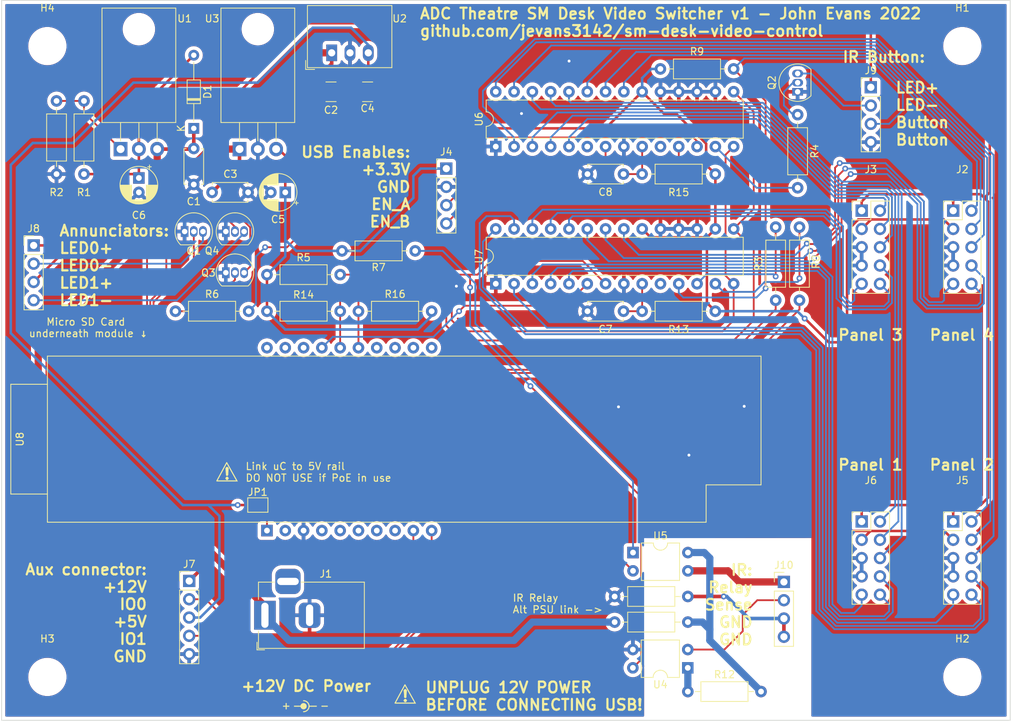
<source format=kicad_pcb>
(kicad_pcb (version 20211014) (generator pcbnew)
  (layers (0 "F.Cu" signal) (31 "B.Cu" signal) (34 "B.Paste" user) (35 "F.Paste" user) (36 "B.SilkS" user "B.Silkscreen") (37 "F.SilkS" user "F.Silkscreen") (38 "B.Mask" user) (39 "F.Mask" user) (44 "Edge.Cuts" user))
  (net 0 "")
  (net 1 "+12V")
  (net 2 "GND")
  (net 3 "+5V")
  (net 4 "+3V3")
  (net 5 "+7.5V")
  (net 7 "/P1_LED_A")
  (net 8 "/P1_LED_B")
  (net 9 "/P1_LED_C")
  (net 10 "/P1_SW_0")
  (net 11 "/P1_SW_2")
  (net 12 "/P1_SW_1")
  (net 13 "/P2_LED_A")
  (net 14 "/P2_LED_B")
  (net 15 "/P2_LED_C")
  (net 16 "/P2_SW_0")
  (net 17 "/P2_SW_2")
  (net 18 "/P2_SW_1")
  (net 19 "/P3_LED_A")
  (net 20 "/P3_LED_B")
  (net 21 "/P3_LED_C")
  (net 22 "/P3_SW_0")
  (net 23 "/P3_SW_2")
  (net 24 "/P3_SW_1")
  (net 25 "/P4_LED_A")
  (net 26 "/P4_LED_B")
  (net 27 "/P4_LED_C")
  (net 28 "/P4_SW_0")
  (net 29 "/P4_SW_2")
  (net 30 "/P4_SW_1")
  (net 31 "/IO_0")
  (net 32 "/IO_1")
  (net 33 "Net-(C7-Pad1)")
  (net 34 "Net-(C8-Pad1)")
  (net 35 "Net-(J8-Pad2)")
  (net 36 "/IR_BTN")
  (net 37 "Net-(J8-Pad4)")
  (net 38 "/IR_RLY_IN")
  (net 39 "GNDA")
  (net 40 "Net-(Q1-Pad2)")
  (net 41 "Net-(Q2-Pad2)")
  (net 42 "Net-(Q3-Pad2)")
  (net 43 "Net-(Q3-Pad3)")
  (net 44 "Net-(Q4-Pad2)")
  (net 45 "Net-(R1-Pad2)")
  (net 46 "/LED_0")
  (net 47 "/IR_LED")
  (net 48 "+12VA")
  (net 49 "/IR_RLY_OUT")
  (net 50 "/LED_1")
  (net 51 "/USB_EN_A")
  (net 52 "/USB_EN_B")
  (net 53 "Net-(J9-Pad2)")
  (net 54 "Net-(J10-Pad1)")
  (net 55 "/I2C_SCL")
  (net 56 "/I2C_SDA")
  (net 58 "/INT")
  (net 59 "Net-(J10-Pad2)")
  (net 60 "Net-(JP1-Pad2)")
  (net 61 "Net-(R12-Pad1)")
  (net 77 "Net-(R7-Pad2)")
  (footprint "Jumper:SolderJumper-2_P1.3mm_Open_TrianglePad1.0x1.5mm" (layer "F.Cu") (at 53.34 84.074)
    (fp_text reference "JP1")
    (fp_text value "Jumper_2_Open")
  )
  (footprint "Connector_PinHeader_2.54mm:PinHeader_AWHW_2x05_P2.54mm_Vertical" (layer "F.Cu") (at 149.86 86.36)
    (fp_text reference "J5")
    (fp_text value "Conn_02x05_Odd_Even")
  )
  (footprint "Connector_PinHeader_2.54mm:PinHeader_1x04_P2.54mm_Vertical" (layer "F.Cu") (at 79.502 37.338)
    (fp_text reference "J4")
    (fp_text value "Conn_01x04")
  )
  (footprint "Module:Olimex_ESP32_PoE_ISO" (layer "F.Cu") (at 54.61 87.62 90)
    (fp_text reference "U8")
    (fp_text value "ESP32-PoE-ISO")
  )
  (footprint "Package_DIP:DIP-4_W7.62mm" (layer "F.Cu") (at 113.02 106.685 180)
    (fp_text reference "U4")
    (fp_text value "Omron_G3VM-41AY1")
  )
  (footprint "Resistor_THT:R_Axial_DIN0207_L6.3mm_D2.5mm_P10.16mm_Horizontal" (layer "F.Cu") (at 128.27 29.845 -90)
    (fp_text reference "R4")
    (fp_text value "4.7K")
  )
  (footprint "Resistor_THT:R_Axial_DIN0207_L6.3mm_D2.5mm_P10.16mm_Horizontal" (layer "F.Cu") (at 102.87 96.774)
    (fp_text reference "R11" hide)
    (fp_text value "0R")
  )
  (footprint "Resistor_THT:R_Axial_DIN0207_L6.3mm_D2.5mm_P10.16mm_Horizontal" (layer "F.Cu") (at 113.03 109.982)
    (fp_text reference "R12")
    (fp_text value "1.2K")
  )
  (footprint "Package_TO_SOT_THT:TO-92_Inline" (layer "F.Cu") (at 48.895 51.795)
    (fp_text reference "Q3")
    (fp_text value "KSP43BU")
  )
  (footprint "Package_DIP:DIP-28_W7.62mm" (layer "F.Cu") (at 86.37 53.335 90)
    (fp_text reference "U7")
    (fp_text value "MCP23016_SS")
  )
  (footprint "Resistor_THT:R_Axial_DIN0207_L6.3mm_D2.5mm_P10.16mm_Horizontal" (layer "F.Cu") (at 102.87 100.33)
    (fp_text reference "R10" hide)
    (fp_text value "0R")
  )
  (footprint "Converter_DCDC:Converter_DCDC_RECOM_R-78E-0.5_THT" (layer "F.Cu") (at 63.593 21.2575)
    (fp_text reference "U2")
    (fp_text value "R-78E5.0-0.5")
  )
  (footprint "Package_DIP:DIP-4_W7.62mm" (layer "F.Cu") (at 105.42 90.673)
    (fp_text reference "U5")
    (fp_text value "Omron_G3VM-41AY1")
  )
  (footprint "Package_DIP:DIP-28_W7.62mm" (layer "F.Cu") (at 86.37 34.28 90)
    (fp_text reference "U6")
    (fp_text value "MCP23016_SS")
  )
  (footprint "Resistor_THT:R_Axial_DIN0207_L6.3mm_D2.5mm_P10.16mm_Horizontal" (layer "F.Cu") (at 67.31 57.15)
    (fp_text reference "R16")
    (fp_text value "3.3K")
  )
  (footprint "Connector_PinHeader_2.54mm:PinHeader_1x04_P2.54mm_Vertical" (layer "F.Cu") (at 22.225 48.006)
    (fp_text reference "J8")
    (fp_text value "Conn_01x04")
  )
  (footprint "Connector_PinHeader_2.54mm:PinHeader_1x04_P2.54mm_Vertical" (layer "F.Cu") (at 126.365 94.752)
    (fp_text reference "J10")
    (fp_text value "Conn_01x04")
  )
  (footprint "Connector_PinHeader_2.54mm:PinHeader_AWHW_2x05_P2.54mm_Vertical" (layer "F.Cu") (at 149.86 43.18)
    (fp_text reference "J2")
    (fp_text value "Conn_02x05_Odd_Even")
  )
  (footprint "Package_TO_SOT_THT:TO-220-3_Horizontal_TabDown" (layer "F.Cu") (at 34.29 34.63)
    (fp_text reference "U1")
    (fp_text value "LM317_TO-220")
  )
  (footprint "Package_TO_SOT_THT:TO-220-3_Horizontal_TabDown" (layer "F.Cu") (at 50.8 34.63)
    (fp_text reference "U3")
    (fp_text value "LF33_TO220")
  )
  (footprint "MountingHole:MountingHole_4.3mm_M4" (layer "F.Cu") (at 151.13 107.95)
    (fp_text reference "H2")
    (fp_text value "MountingHole")
  )
  (footprint "Resistor_THT:R_Axial_DIN0207_L6.3mm_D2.5mm_P10.16mm_Horizontal" (layer "F.Cu") (at 119.38 23.495 180)
    (fp_text reference "R9")
    (fp_text value "4.7K")
  )
  (footprint "Connector_PinHeader_2.54mm:PinHeader_1x05_P2.54mm_Vertical" (layer "F.Cu") (at 43.815 94.62)
    (fp_text reference "J7")
    (fp_text value "Conn_01x05")
  )
  (footprint "Resistor_THT:R_Axial_DIN0207_L6.3mm_D2.5mm_P10.16mm_Horizontal" (layer "F.Cu") (at 65.024 48.768)
    (fp_text reference "R7")
    (fp_text value "330R")
  )
  (footprint "Resistor_THT:R_Axial_DIN0207_L6.3mm_D2.5mm_P10.16mm_Horizontal" (layer "F.Cu") (at 106.68 38.1)
    (fp_text reference "R15")
    (fp_text value "3.9K")
  )
  (footprint "Resistor_THT:R_Axial_DIN0207_L6.3mm_D2.5mm_P10.16mm_Horizontal" (layer "F.Cu") (at 64.77 57.15 180)
    (fp_text reference "R14")
    (fp_text value "3.3K")
  )
  (footprint "MountingHole:MountingHole_4.3mm_M4" (layer "F.Cu") (at 24.13 20.32)
    (fp_text reference "H4")
    (fp_text value "MountingHole")
  )
  (footprint "MountingHole:MountingHole_4.3mm_M4" (layer "F.Cu") (at 24.13 107.95)
    (fp_text reference "H3")
    (fp_text value "MountingHole")
  )
  (footprint "Resistor_THT:R_Axial_DIN0207_L6.3mm_D2.5mm_P10.16mm_Horizontal" (layer "F.Cu") (at 125.222 55.626 90)
    (fp_text reference "R3")
    (fp_text value "4.7K")
  )
  (footprint "Connector_BarrelJack:BarrelJack_RS-PRO_12V1A_14.5mmL" (layer "F.Cu") (at 54.325 99.3825 180)
    (fp_text reference "J1")
    (fp_text value "Barrel_Jack_Switch")
  )
  (footprint "Diode_THT:D_DO-34_SOD68_P10.16mm_Horizontal" (layer "F.Cu") (at 44.45 31.75 90)
    (fp_text reference "D1")
    (fp_text value "1N4002")
  )
  (footprint "Resistor_THT:R_Axial_DIN0207_L6.3mm_D2.5mm_P10.16mm_Horizontal" (layer "F.Cu") (at 29.21 38.1 90)
    (fp_text reference "R1")
    (fp_text value "100R")
  )
  (footprint "Resistor_THT:R_Axial_DIN0207_L6.3mm_D2.5mm_P10.16mm_Horizontal" (layer "F.Cu") (at 25.4 27.94 -90)
    (fp_text reference "R2")
    (fp_text value "470R")
  )
  (footprint "MountingHole:MountingHole_4.3mm_M4" (layer "F.Cu") (at 151.13 20.32)
    (fp_text reference "H1")
    (fp_text value "MountingHole")
  )
  (footprint "Package_TO_SOT_THT:TO-92_Inline" (layer "F.Cu") (at 43.18 46.08)
    (fp_text reference "Q1")
    (fp_text value "KSP43BU")
  )
  (footprint "Connector_PinHeader_2.54mm:PinHeader_1x04_P2.54mm_Vertical" (layer "F.Cu") (at 138.43 26.045)
    (fp_text reference "J9")
    (fp_text value "Conn_01x04")
  )
  (footprint "Package_TO_SOT_THT:TO-92_Inline" (layer "F.Cu") (at 128.27 26.67 90)
    (fp_text reference "Q2")
    (fp_text value "KSP43BU")
  )
  (footprint "Capacitor_SMD:C_1210_3225Metric_Pad1.33x2.70mm_HandSolder" (layer "F.Cu") (at 68.58 26.67 180)
    (fp_text reference "C4")
    (fp_text value "10uF")
  )
  (footprint "Capacitor_SMD:C_1210_3225Metric_Pad1.33x2.70mm_HandSolder" (layer "F.Cu") (at 63.5 26.67)
    (fp_text reference "C2")
    (fp_text value "10uF")
  )
  (footprint "Connector_PinHeader_2.54mm:PinHeader_AWHW_2x05_P2.54mm_Vertical" (layer "F.Cu") (at 137.16 86.36)
    (fp_text reference "J6")
    (fp_text value "Conn_02x05_Odd_Even")
  )
  (footprint "Resistor_THT:R_Axial_DIN0207_L6.3mm_D2.5mm_P10.16mm_Horizontal" (layer "F.Cu") (at 106.68 57.15)
    (fp_text reference "R13")
    (fp_text value "3.9K")
  )
  (footprint "Package_TO_SOT_THT:TO-92_Inline" (layer "F.Cu") (at 48.895 46.08)
    (fp_text reference "Q4")
    (fp_text value "KSP43BU")
  )
  (footprint "Capacitor_THT:CP_Radial_D5.0mm_P2.00mm" (layer "F.Cu") (at 57.15 40.64 180)
    (fp_text reference "C5")
    (fp_text value "4.7uF")
  )
  (footprint "Capacitor_THT:C_Disc_D4.7mm_W2.5mm_P5.00mm" (layer "F.Cu") (at 104.1 38.1 180)
    (fp_text reference "C8")
    (fp_text value "33pF")
  )
  (footprint "Capacitor_THT:C_Disc_D4.7mm_W2.5mm_P5.00mm" (layer "F.Cu") (at 46.99 40.64)
    (fp_text reference "C3")
    (fp_text value "0.1uF")
  )
  (footprint "Resistor_THT:R_Axial_DIN0207_L6.3mm_D2.5mm_P10.16mm_Horizontal" (layer "F.Cu") (at 128.524 55.626 90)
    (fp_text reference "R8")
    (fp_text value "4.7K")
  )
  (footprint "Resistor_THT:R_Axial_DIN0207_L6.3mm_D2.5mm_P10.16mm_Horizontal" (layer "F.Cu") (at 41.91 57.15)
    (fp_text reference "R6")
    (fp_text value "4.7K")
  )
  (footprint "Resistor_THT:R_Axial_DIN0207_L6.3mm_D2.5mm_P10.16mm_Horizontal" (layer "F.Cu") (at 54.61 52.07)
    (fp_text reference "R5")
    (fp_text value "4.7K")
  )
  (footprint "Capacitor_THT:C_Disc_D4.7mm_W2.5mm_P5.00mm" (layer "F.Cu") (at 44.45 34.544 -90)
    (fp_text reference "C1")
    (fp_text value "0.1uF")
  )
  (footprint "Connector_PinHeader_2.54mm:PinHeader_AWHW_2x05_P2.54mm_Vertical" (layer "F.Cu") (at 137.16 43.18)
    (fp_text reference "J3")
    (fp_text value "Conn_02x05_Odd_Even")
  )
  (footprint "Capacitor_THT:C_Disc_D4.7mm_W2.5mm_P5.00mm" (layer "F.Cu") (at 104.1 57.15 180)
    (fp_text reference "C7")
    (fp_text value "33pF")
  )
  (footprint "Capacitor_THT:CP_Radial_D5.0mm_P2.00mm" (layer "F.Cu") (at 36.83 38.64 -90)
    (fp_text reference "C6")
    (fp_text value "1uF")
  )
  (gr_circle (center 59.69 112.014) (end 60.04921 112.014) (layer "F.SilkS") (width 0.15) (fill solid))
  (gr_poly (pts (xy 75.184 111.5822) (xy 72.39 111.5822) (xy 73.7616 109.0422)) (layer "F.SilkS") (width 0.15) (fill none))
  (gr_line (start 56.896 112.014) (end 57.658 112.014) (layer "F.SilkS") (width 0.15))
  (gr_arc (start 59.69 111.252) (mid 60.452 112.014) (end 59.69 112.776) (layer "F.SilkS") (width 0.15))
  (gr_poly (pts (xy 50.4444 80.7212) (xy 47.6504 80.7212) (xy 49.022 78.1812)) (layer "F.SilkS") (width 0.15) (fill none))
  (gr_line (start 60.452 112.014) (end 61.468 112.014) (layer "F.SilkS") (width 0.15))
  (gr_line (start 59.69 112.014) (end 58.42 112.014) (layer "F.SilkS") (width 0.15))
  (gr_line (start 62.23 112.014) (end 62.992 112.014) (layer "F.SilkS") (width 0.15))
  (gr_line (start 57.277 111.633) (end 57.277 112.395) (layer "F.SilkS") (width 0.15))
  (gr_rect (start 17.78 13.97) (end 157.78 113.97) (layer "Edge.Cuts") (width 0.1) (fill none))
  (gr_text "LED+\nLED-\nButton\nButton" (at 141.732 29.718) (layer "F.SilkS") (effects (font (size 1.5 1.5) (thickness 0.3)) (justify left)))
  (gr_text "ADC Theatre SM Desk Video Switcher v1 - John Evans 2022\ngithub.com/jevans3142/sm-desk-video-control" (at 75.692 17.018) (layer "F.SilkS") (effects (font (size 1.5 1.5) (thickness 0.3)) (justify left)))
  (gr_text "Link uC to 5V rail\nDO NOT USE if PoE in use" (at 51.562 79.502) (layer "F.SilkS") (effects (font (size 1 1)) (justify left)))
  (gr_text "Annunciators:\nLED0+\nLED0-\nLED1+\nLED1-" (at 25.654 50.8) (layer "F.SilkS") (effects (font (size 1.5 1.5) (thickness 0.3)) (justify left)))
  (gr_text "USB Enables:\n+3.3V\nGND\nEN_A\nEN_B" (at 74.676 39.878) (layer "F.SilkS") (effects (font (size 1.5 1.5) (thickness 0.3)) (justify right)))
  (gr_text "IR Button:" (at 134.366 21.844) (layer "F.SilkS") (effects (font (size 1.5 1.5) (thickness 0.3)) (justify left)))
  (gr_text "Panel 3" (at 143.002 60.452) (layer "F.SilkS") (effects (font (size 1.5 1.5) (thickness 0.3)) (justify right)))
  (gr_text "Aux connector:\n+12V\nIO0\n+5V\nIO1\nGND" (at 38.1 99.06) (layer "F.SilkS") (effects (font (size 1.5 1.5) (thickness 0.3)) (justify right)))
  (gr_text "IR Relay \nAlt PSU link ->" (at 88.646 97.79) (layer "F.SilkS") (effects (font (size 1 1)) (justify left)))
  (gr_text "UNPLUG 12V POWER \nBEFORE CONNECTING USB!" (at 76.454 110.617) (layer "F.SilkS") (effects (font (size 1.5 1.5) (thickness 0.3)) (justify left)))
  (gr_text "!" (at 73.2536 110.617) (layer "F.SilkS") (effects (font (size 1.5 1.5) (thickness 0.3)) (justify left)))
  (gr_text "IR:\nRelay\nSense\nGND\nGND" (at 122.174 97.927) (layer "F.SilkS") (effects (font (size 1.5 1.5) (thickness 0.3)) (justify right)))
  (gr_text "Micro SD Card \nunderneath module ↓" (at 29.845 59.436) (layer "F.SilkS") (effects (font (size 1 1))))
  (gr_text "Panel 4" (at 155.702 60.452) (layer "F.SilkS") (effects (font (size 1.5 1.5) (thickness 0.3)) (justify right)))
  (gr_text "+12V DC Power" (at 69.215 109.22) (layer "F.SilkS") (effects (font (size 1.5 1.5) (thickness 0.3)) (justify right)))
  (gr_text "Panel 2" (at 155.702 78.486) (layer "F.SilkS") (effects (font (size 1.5 1.5) (thickness 0.3)) (justify right)))
  (gr_text "Panel 1" (at 143.002 78.486) (layer "F.SilkS") (effects (font (size 1.5 1.5) (thickness 0.3)) (justify right)))
  (gr_text "!" (at 48.514 79.756) (layer "F.SilkS") (effects (font (size 1.5 1.5) (thickness 0.3)) (justify left)))
  (segment (start 22.86 83.185) (end 27.94 88.265) (width 1) (layer "F.Cu") (net 1))
  (segment (start 46.0375 35.2425) (end 50.4825 30.7975) (width 1) (layer "F.Cu") (net 1))
  (segment (start 43.815 94.62) (end 47.0535 91.3815) (width 0.5) (layer "F.Cu") (net 1))
  (segment (start 61.9375 24.4225) (end 61.9375 26.67) (width 0.5) (layer "F.Cu") (net 1))
  (segment (start 50.8 34.63) (end 50.8 36.83) (width 0.5) (layer "F.Cu") (net 1))
  (segment (start 47.0535 91.3815) (end 47.0535 90.8685) (width 0.5) (layer "F.Cu") (net 1))
  (segment (start 27.94 88.265) (end 44.45 88.265) (width 1) (layer "F.Cu") (net 1))
  (segment (start 51.1175 30.1625) (end 51.435 29.845) (width 1) (layer "F.Cu") (net 1))
  (segment (start 39.37 41.91) (end 39.37 44.45) (width 1) (layer "F.Cu") (net 1))
  (segment (start 22.86 60.96) (end 22.86 83.185) (width 1) (layer "F.Cu") (net 1))
  (segment (start 39.37 41.91) (end 46.0375 35.2425) (width 1) (layer "F.Cu") (net 1))
  (segment (start 63.593 22.767) (end 61.9375 24.4225) (width 0.5) (layer "F.Cu") (net 1))
  (segment (start 39.37 44.45) (end 22.86 60.96) (width 1) (layer "F.Cu") (net 1))
  (segment (start 47.0535 90.8685) (end 54.325 98.14) (width 1) (layer "F.Cu") (net 1))
  (segment (start 60.0225 21.2575) (end 63.593 21.2575) (width 1) (layer "F.Cu") (net 1))
  (segment (start 44.45 31.75) (end 44.45 34.544) (width 0.5) (layer "F.Cu") (net 1))
  (segment (start 50.8 34.63) (end 46.65 34.63) (width 1) (layer "F.Cu") (net 1))
  (segment (start 63.593 21.2575) (end 63.593 22.767) (width 0.5) (layer "F.Cu") (net 1))
  (segment (start 51.435 29.845) (end 60.0225 21.2575) (width 1) (layer "F.Cu") (net 1))
  (segment (start 46.65 34.63) (end 46.0375 35.2425) (width 0.5) (layer "F.Cu") (net 1))
  (segment (start 39.37 34.63) (end 39.37 41.91) (width 1) (layer "F.Cu") (net 1))
  (segment (start 50.8 30.48) (end 51.1175 30.1625) (width 0.5) (layer "F.Cu") (net 1))
  (segment (start 54.325 98.14) (end 54.325 99.3825) (width 0.5) (layer "F.Cu") (net 1))
  (segment (start 50.4825 30.7975) (end 51.1175 30.1625) (width 1) (layer "F.Cu") (net 1))
  (segment (start 44.45 88.265) (end 47.0535 90.8685) (width 1) (layer "F.Cu") (net 1))
  (segment (start 39.37 34.63) (end 44.364 34.63) (width 0.5) (layer "F.Cu") (net 1))
  (segment (start 50.8 36.83) (end 46.99 40.64) (width 0.5) (layer "F.Cu") (net 1))
  (segment (start 88.9 102.87) (end 91.44 100.33) (width 1) (layer "B.Cu") (net 1))
  (segment (start 91.44 100.33) (end 102.87 100.33) (width 1) (layer "B.Cu") (net 1))
  (segment (start 54.325 99.3825) (end 54.325 99.537) (width 0.5) (layer "B.Cu") (net 1))
  (segment (start 54.325 99.537) (end 57.658 102.87) (width 1) (layer "B.Cu") (net 1))
  (segment (start 57.658 102.87) (end 88.9 102.87) (width 1) (layer "B.Cu") (net 1))
  (via (at 113.1824 77.1398) (size 0.8) (drill 0.4) (layers "F.Cu" "B.Cu") (net 2))
  (via (at 120.8532 70.358) (size 0.8) (drill 0.4) (layers "F.Cu" "B.Cu") (net 2))
  (via (at 96.5454 22.4028) (size 0.8) (drill 0.4) (layers "F.Cu" "B.Cu") (net 2))
  (via (at 89.9414 29.6926) (size 0.8) (drill 0.4) (layers "F.Cu" "B.Cu") (net 2))
  (via (at 103.4034 70.4342) (size 0.8) (drill 0.4) (layers "F.Cu" "B.Cu") (net 2))
  (via (at 80.899 53.6702) (size 0.8) (drill 0.4) (layers "F.Cu" "B.Cu") (net 2))
  (segment (start 70.1425 24.4225) (end 70.1425 26.67) (width 0.35) (layer "F.Cu") (net 3))
  (segment (start 68.673 22.953) (end 70.1425 24.4225) (width 0.35) (layer "F.Cu") (net 3))
  (segment (start 68.673 21.2575) (end 68.673 22.953) (width 0.35) (layer "F.Cu") (net 3))
  (segment (start 50.546 84.074) (end 52.615 84.074) (width 0.35) (layer "F.Cu") (net 3))
  (via (at 50.546 84.074) (size 0.8) (drill 0.4) (layers "F.Cu" "B.Cu") (net 3))
  (segment (start 19.05 36.83) (end 19.05 60.198) (width 0.35) (layer "B.Cu") (net 3))
  (segment (start 19.05 60.198) (end 42.926 84.074) (width 0.35) (layer "B.Cu") (net 3))
  (segment (start 42.926 84.074) (end 46.482 84.074) (width 0.35) (layer "B.Cu") (net 3))
  (segment (start 45.334 99.7) (end 48.006 97.028) (width 0.35) (layer "B.Cu") (net 3))
  (segment (start 22.098 33.782) (end 19.05 36.83) (width 0.35) (layer "B.Cu") (net 3))
  (segment (start 48.006 97.028) (end 48.006 85.598) (width 0.35) (layer "B.Cu") (net 3))
  (segment (start 68.673 21.2575) (end 68.673 20.159) (width 0.35) (layer "B.Cu") (net 3))
  (segment (start 46.482 84.074) (end 48.006 84.074) (width 0.35) (layer "B.Cu") (net 3))
  (segment (start 48.006 85.598) (end 46.482 84.074) (width 0.35) (layer "B.Cu") (net 3))
  (segment (start 27.686 33.782) (end 22.098 33.782) (width 0.35) (layer "B.Cu") (net 3))
  (segment (start 36.068 25.4) (end 27.686 33.782) (width 0.35) (layer "B.Cu") (net 3))
  (segment (start 43.815 99.7) (end 45.334 99.7) (width 0.35) (layer "B.Cu") (net 3))
  (segment (start 60.96 17.78) (end 53.34 25.4) (width 0.35) (layer "B.Cu") (net 3))
  (segment (start 66.294 17.78) (end 60.96 17.78) (width 0.35) (layer "B.Cu") (net 3))
  (segment (start 53.34 25.4) (end 36.068 25.4) (width 0.35) (layer "B.Cu") (net 3))
  (segment (start 48.006 84.074) (end 50.546 84.074) (width 0.35) (layer "B.Cu") (net 3))
  (segment (start 68.673 20.159) (end 66.294 17.78) (width 0.35) (layer "B.Cu") (net 3))
  (segment (start 111.53601 29.845) (end 109.855 29.845) (width 0.35) (layer "F.Cu") (net 4))
  (segment (start 55.88 34.63) (end 56.22 34.63) (width 0.35) (layer "F.Cu") (net 4))
  (segment (start 56.22 34.63) (end 57.15 35.56) (width 0.35) (layer "F.Cu") (net 4))
  (segment (start 138.475489 44.404511) (end 136.697489 44.404511) (width 0.35) (layer "F.Cu") (net 4))
  (segment (start 129.286 58.166) (end 132.588 61.468) (width 0.35) (layer "F.Cu") (net 4))
  (segment (start 57.15 35.56) (end 58.42 34.29) (width 0.35) (layer "F.Cu") (net 4))
  (segment (start 129.24494 58.166) (end 129.286 58.166) (width 0.35) (layer "F.Cu") (net 4))
  (segment (start 107.864511 46.889511) (end 106.69 45.715) (width 0.35) (layer "F.Cu") (net 4))
  (segment (start 115.675489 46.889511) (end 107.864511 46.889511) (width 0.35) (layer "F.Cu") (net 4))
  (segment (start 115.675489 55.985489) (end 115.675489 46.889511) (width 0.35) (layer "F.Cu") (net 4))
  (segment (start 135.128 45.974) (end 135.128 61.468) (width 0.35) (layer "F.Cu") (net 4))
  (segment (start 106.69 26.68) (end 106.69 26.66) (width 0.35) (layer "F.Cu") (net 4))
  (segment (start 115.57 36.83) (end 115.57 33.87899) (width 0.35) (layer "F.Cu") (net 4))
  (segment (start 148.290511 87.675489) (end 148.635489 87.675489) (width 0.35) (layer "F.Cu") (net 4))
  (segment (start 109.855 29.845) (end 106.69 26.68) (width 0.35) (layer "F.Cu") (net 4))
  (segment (start 148.635489 87.675489) (end 149.86 88.9) (width 0.35) (layer "F.Cu") (net 4))
  (segment (start 116.84 38.1) (end 115.57 36.83) (width 0.35) (layer "F.Cu") (net 4))
  (segment (start 137.16 45.72) (end 138.475489 44.404511) (width 0.35) (layer "F.Cu") (net 4))
  (segment (start 116.85 38.11) (end 116.84 38.1) (width 0.35) (layer "F.Cu") (net 4))
  (segment (start 135.128 87.122) (end 135.681489 87.675489) (width 0.35) (layer "F.Cu") (net 4))
  (segment (start 101.6 31.75) (end 60.96 31.75) (width 0.35) (layer "F.Cu") (net 4))
  (segment (start 116.84 57.15) (end 115.675489 55.985489) (width 0.35) (layer "F.Cu") (net 4))
  (segment (start 148.544511 44.404511) (end 149.86 45.72) (width 0.35) (layer "F.Cu") (net 4))
  (segment (start 116.85 45.715) (end 116.85 38.11) (width 0.35) (layer "F.Cu") (net 4))
  (segment (start 106.69 26.66) (end 101.6 31.75) (width 0.35) (layer "F.Cu") (net 4))
  (segment (start 54.61 52.07) (end 54.61 57.15) (width 0.35) (layer "F.Cu") (net 4))
  (segment (start 138.475489 44.404511) (end 147.111489 44.404511) (width 0.35) (layer "F.Cu") (net 4))
  (segment (start 115.57 33.87899) (end 111.53601 29.845) (width 0.35) (layer "F.Cu") (net 4))
  (segment (start 57.15 35.56) (end 57.15 40.64) (width 0.35) (layer "F.Cu") (net 4))
  (segment (start 136.697489 44.404511) (end 135.128 45.974) (width 0.35) (layer "F.Cu") (net 4))
  (segment (start 137.16 88.9) (end 138.384511 87.675489) (width 0.35) (layer "F.Cu") (net 4))
  (segment (start 138.384511 87.675489) (end 148.290511 87.675489) (width 0.35) (layer "F.Cu") (net 4))
  (segment (start 60.96 31.75) (end 58.42 34.29) (width 0.35) (layer "F.Cu") (net 4))
  (segment (start 147.111489 44.404511) (end 148.544511 44.404511) (width 0.35) (layer "F.Cu") (net 4))
  (segment (start 135.128 61.468) (end 135.128 87.122) (width 0.35) (layer "F.Cu") (net 4))
  (segment (start 135.681489 87.675489) (end 138.384511 87.675489) (width 0.35) (layer "F.Cu") (net 4))
  (segment (start 115.675489 46.889511) (end 116.85 45.715) (width 0.35) (layer "F.Cu") (net 4))
  (segment (start 132.588 61.468) (end 135.128 61.468) (width 0.35) (layer "F.Cu") (net 4))
  (via (at 129.24494 58.166) (size 0.8) (drill 0.4) (layers "F.Cu" "B.Cu") (net 4))
  (segment (start 75.946 37.338) (end 79.502 37.338) (width 0.35) (layer "B.Cu") (net 4))
  (segment (start 57.15 47.244) (end 57.15 48.514) (width 0.35) (layer "B.Cu") (net 4))
  (segment (start 75.565 59.69) (end 77.47 57.785) (width 0.35) (layer "B.Cu") (net 4))
  (segment (start 57.15 49.53) (end 54.61 52.07) (width 0.35) (layer "B.Cu") (net 4))
  (segment (start 106.69 26.66) (end 106.69 25.41) (width 0.35) (layer "B.Cu") (net 4))
  (segment (start 106.68 25.4) (end 106.68 24.765) (width 0.35) (layer "B.Cu") (net 4))
  (segment (start 65.024 48.768) (end 67.564 48.768) (width 0.35) (layer "B.Cu") (net 4))
  (segment (start 128.22894 57.15) (end 129.24494 58.166) (width 0.35) (layer "B.Cu") (net 4))
  (segment (start 106.69 25.41) (end 106.68 25.4) (width 0.35) (layer "B.Cu") (net 4))
  (segment (start 107.95 23.495) (end 109.22 23.495) (width 0.35) (layer "B.Cu") (net 4))
  (segment (start 57.15 59.69) (end 75.565 59.69) (width 0.35) (layer "B.Cu") (net 4))
  (segment (start 57.15 48.514) (end 57.15 49.53) (width 0.35) (layer "B.Cu") (net 4))
  (segment (start 57.15 40.64) (end 57.15 47.244) (width 0.35) (layer "B.Cu") (net 4))
  (segment (start 106.68 24.765) (end 107.95 23.495) (width 0.35) (layer "B.Cu") (net 4))
  (segment (start 58.674 48.768) (end 57.15 47.244) (width 0.35) (layer "B.Cu") (net 4))
  (segment (start 74.93 38.354) (end 75.946 37.338) (width 0.35) (layer "B.Cu") (net 4))
  (segment (start 116.84 57.15) (end 128.22894 57.15) (width 0.35) (layer "B.Cu") (net 4))
  (segment (start 77.47 57.785) (end 77.47 57.15) (width 0.35) (layer "B.Cu") (net 4))
  (segment (start 67.564 48.768) (end 74.93 41.402) (width 0.35) (layer "B.Cu") (net 4))
  (segment (start 74.93 41.402) (end 74.93 38.354) (width 0.35) (layer "B.Cu") (net 4))
  (segment (start 65.024 48.768) (end 58.674 48.768) (width 0.35) (layer "B.Cu") (net 4))
  (segment (start 54.61 57.15) (end 57.15 59.69) (width 0.35) (layer "B.Cu") (net 4))
  (segment (start 36.83 32.385) (end 36.83 34.63) (width 0.35) (layer "F.Cu") (net 5))
  (segment (start 139.7 17.145) (end 154.94 32.385) (width 0.35) (layer "F.Cu") (net 5))
  (segment (start 25.654 46.99) (end 25.654 45.466) (width 0.35) (layer "F.Cu") (net 5))
  (segment (start 148.844 84.074) (end 149.86 85.09) (width 0.35) (layer "F.Cu") (net 5))
  (segment (start 137.795 17.145) (end 139.7 17.145) (width 0.35) (layer "F.Cu") (net 5))
  (segment (start 137.16 41.91) (end 138.176 40.894) (width 0.35) (layer "F.Cu") (net 5))
  (segment (start 42.545 26.67) (end 50.8 26.67) (width 0.35) (layer "F.Cu") (net 5))
  (segment (start 137.922 84.074) (end 148.844 84.074) (width 0.35) (layer "F.Cu") (net 5))
  (segment (start 137.16 84.836) (end 137.922 84.074) (width 0.35) (layer "F.Cu") (net 5))
  (segment (start 148.844 40.894) (end 149.86 41.91) (width 0.35) (layer "F.Cu") (net 5))
  (segment (start 154.94 32.385) (end 154.94 40.64) (width 0.35) (layer "F.Cu") (net 5))
  (segment (start 36.29 38.1) (end 36.83 38.64) (width 0.35) (layer "F.Cu") (net 5))
  (segment (start 137.16 86.36) (end 137.16 84.836) (width 0.35) (layer "F.Cu") (net 5))
  (segment (start 22.225 53.086) (end 25.654 49.657) (width 0.35) (layer "F.Cu") (net 5))
  (segment (start 149.86 85.09) (end 149.86 86.36) (width 0.35) (layer "F.Cu") (net 5))
  (segment (start 149.86 41.91) (end 149.86 43.18) (width 0.35) (layer "F.Cu") (net 5))
  (segment (start 25.654 49.657) (end 25.654 46.99) (width 0.35) (layer "F.Cu") (net 5))
  (segment (start 24.638 48.006) (end 25.654 46.99) (width 0.35) (layer "F.Cu") (net 5))
  (segment (start 36.83 32.385) (end 42.545 26.67) (width 0.35) (layer "F.Cu") (net 5))
  (segment (start 60.325 17.145) (end 137.795 17.145) (width 0.35) (layer "F.Cu") (net 5))
  (segment (start 138.43 26.045) (end 138.43 17.78) (width 0.35) (layer "F.Cu") (net 5))
  (segment (start 44.45 21.59) (end 36.83 29.21) (width 0.35) (layer "F.Cu") (net 5))
  (segment (start 148.844 40.894) (end 153.67 40.894) (width 0.35) (layer "F.Cu") (net 5))
  (segment (start 50.8 26.67) (end 60.325 17.145) (width 0.35) (layer "F.Cu") (net 5))
  (segment (start 154.686 41.91) (end 154.686 83.058) (width 0.35) (layer "F.Cu") (net 5))
  (segment (start 138.43 17.78) (end 137.795 17.145) (width 0.35) (layer "F.Cu") (net 5))
  (segment (start 33.02 38.1) (end 36.29 38.1) (width 0.35) (layer "F.Cu") (net 5))
  (segment (start 137.16 43.18) (end 137.16 41.91) (width 0.35) (layer "F.Cu") (net 5))
  (segment (start 36.83 29.21) (end 36.83 32.385) (width 0.35) (layer "F.Cu") (net 5))
  (segment (start 153.67 40.894) (end 154.178 41.402) (width 0.35) (layer "F.Cu") (net 5))
  (segment (start 154.178 41.402) (end 154.686 41.91) (width 0.35) (layer "F.Cu") (net 5))
  (segment (start 36.83 38.64) (end 36.83 34.63) (width 0.35) (layer "F.Cu") (net 5))
  (segment (start 29.21 38.1) (end 33.02 38.1) (width 0.35) (layer "F.Cu") (net 5))
  (segment (start 138.176 40.894) (end 148.844 40.894) (width 0.35) (layer "F.Cu") (net 5))
  (segment (start 154.686 83.058) (end 153.67 84.074) (width 0.35) (layer "F.Cu") (net 5))
  (segment (start 33.02 38.1) (end 25.654 45.466) (width 0.35) (layer "F.Cu") (net 5))
  (segment (start 22.225 48.006) (end 24.638 48.006) (width 0.35) (layer "F.Cu") (net 5))
  (segment (start 153.67 84.074) (end 148.844 84.074) (width 0.35) (layer "F.Cu") (net 5))
  (segment (start 154.94 40.64) (end 154.178 41.402) (width 0.35) (layer "F.Cu") (net 5))
  (segment (start 141.81056 41.097408) (end 140.766592 40.05344) (width 0.25) (layer "B.Cu") (net 7))
  (segment (start 124.332282 30.353718) (end 133.476282 39.497718) (width 0.25) (layer "B.Cu") (net 7))
  (segment (start 91.45 27.93) (end 92.61304 29.09304) (width 0.25) (layer "B.Cu") (net 7))
  (segment (start 133.476282 39.497718) (end 134.032004 40.05344) (width 0.25) (layer "B.Cu") (net 7))
  (segment (start 92.61304 29.09304) (end 96.266 29.09304) (width 0.25) (layer "B.Cu") (net 7))
  (segment (start 96.266 29.09304) (end 123.071604 29.09304) (width 0.25) (layer "B.Cu") (net 7))
  (segment (start 140.766592 40.05344) (end 139.954 40.05344) (width 0.25) (layer "B.Cu") (net 7))
  (segment (start 141.81056 84.24944) (end 141.81056 41.097408) (width 0.25) (layer "B.Cu") (net 7))
  (segment (start 91.45 26.66) (end 91.45 27.93) (width 0.25) (layer "B.Cu") (net 7))
  (segment (start 134.032004 40.05344) (end 139.954 40.05344) (width 0.25) (layer "B.Cu") (net 7))
  (segment (start 123.071604 29.09304) (end 124.332282 30.353718) (width 0.25) (layer "B.Cu") (net 7))
  (segment (start 139.7 86.36) (end 141.81056 84.24944) (width 0.25) (layer "B.Cu") (net 7))
  (segment (start 139.7 88.9) (end 142.26008 86.33992) (width 0.25) (layer "B.Cu") (net 8))
  (segment (start 93.99 27.93) (end 94.68352 28.62352) (width 0.25) (layer "B.Cu") (net 8))
  (segment (start 123.257802 28.64352) (end 94.68352 28.64352) (width 0.25) (layer "B.Cu") (net 8))
  (segment (start 93.99 27.93) (end 93.99 26.66) (width 0.25) (layer "B.Cu") (net 8))
  (segment (start 142.26008 86.33992) (end 142.26008 40.911211) (width 0.25) (layer "B.Cu") (net 8))
  (segment (start 140.952789 39.60392) (end 134.218202 39.60392) (width 0.25) (layer "B.Cu") (net 8))
  (segment (start 134.218202 39.60392) (end 123.257802 28.64352) (width 0.25) (layer "B.Cu") (net 8))
  (segment (start 94.68352 28.62352) (end 94.68352 28.64352) (width 0.25) (layer "B.Cu") (net 8))
  (segment (start 142.26008 40.911211) (end 140.952789 39.60392) (width 0.25) (layer "B.Cu") (net 8))
  (segment (start 134.4044 39.1544) (end 123.444 28.194) (width 0.25) (layer "B.Cu") (net 9))
  (segment (start 141.138986 39.1544) (end 134.4044 39.1544) (width 0.25) (layer "B.Cu") (net 9))
  (segment (start 139.7 91.44) (end 142.7096 88.4304) (width 0.25) (layer "B.Cu") (net 9))
  (segment (start 96.53 27.95) (end 96.53 26.66) (width 0.25) (layer "B.Cu") (net 9))
  (segment (start 142.7096 40.725014) (end 141.138986 39.1544) (width 0.25) (layer "B.Cu") (net 9))
  (segment (start 123.444 28.194) (end 96.774 28.194) (width 0.25) (layer "B.Cu") (net 9))
  (segment (start 96.774 28.194) (end 96.53 27.95) (width 0.25) (layer "B.Cu") (net 9))
  (segment (start 142.7096 88.4304) (end 142.7096 40.725014) (width 0.25) (layer "B.Cu") (net 9))
  (segment (start 141.478 98.933717) (end 141.478 95.758) (width 0.25) (layer "B.Cu") (net 10))
  (segment (start 130.994762 51.562) (end 97.028 51.562) (width 0.25) (layer "B.Cu") (net 10))
  (segment (start 140.452677 99.95904) (end 141.478 98.933717) (width 0.25) (layer "B.Cu") (net 10))
  (segment (start 96.53 53.335) (end 96.53 52.08) (width 0.25) (layer "B.Cu") (net 10))
  (segment (start 133.935124 99.95904) (end 140.452677 99.95904) (width 0.25) (layer "B.Cu") (net 10))
  (segment (start 133.935124 99.95904) (end 132.19696 98.220875) (width 0.25) (layer "B.Cu") (net 10))
  (segment (start 141.478 95.758) (end 139.7 93.98) (width 0.25) (layer "B.Cu") (net 10))
  (segment (start 132.19696 52.764198) (end 130.994762 51.562) (width 0.25) (layer "B.Cu") (net 10))
  (segment (start 132.19696 98.220875) (end 132.19696 52.764198) (width 0.25) (layer "B.Cu") (net 10))
  (segment (start 97.028 51.562) (end 96.52 52.07) (width 0.25) (layer "B.Cu") (net 10))
  (segment (start 136.144 99.06) (end 134.30752 99.06) (width 0.25) (layer "B.Cu") (net 11))
  (segment (start 91.45 52.08) (end 91.45 53.335) (width 0.25) (layer "B.Cu") (net 11))
  (segment (start 133.096 97.84848) (end 133.096 52.38248) (width 0.25) (layer "B.Cu") (net 11))
  (segment (start 92.86704 50.66296) (end 91.45 52.08) (width 0.25) (layer "B.Cu") (net 11))
  (segment (start 131.37648 50.66296) (end 92.86704 50.66296) (width 0.25) (layer "B.Cu") (net 11))
  (segment (start 137.16 98.044) (end 136.144 99.06) (width 0.25) (layer "B.Cu") (net 11))
  (segment (start 134.30752 99.06) (end 133.096 97.84848) (width 0.25) (layer "B.Cu") (net 11))
  (segment (start 137.16 96.52) (end 137.16 98.044) (width 0.25) (layer "B.Cu") (net 11))
  (segment (start 133.096 52.38248) (end 131.37648 50.66296) (width 0.25) (layer "B.Cu") (net 11))
  (segment (start 132.64648 98.034678) (end 134.121322 99.50952) (width 0.25) (layer "B.Cu") (net 12))
  (segment (start 140.26648 99.50952) (end 140.97 98.806) (width 0.25) (layer "B.Cu") (net 12))
  (segment (start 140.97 97.79) (end 139.7 96.52) (width 0.25) (layer "B.Cu") (net 12))
  (segment (start 134.121322 99.50952) (end 140.26648 99.50952) (width 0.25) (layer "B.Cu") (net 12))
  (segment (start 94.93752 51.11248) (end 131.18096 51.11248) (width 0.25) (layer "B.Cu") (net 12))
  (segment (start 93.99 53.335) (end 93.99 52.08) (width 0.25) (layer "B.Cu") (net 12))
  (segment (start 93.98 52.07) (end 94.93752 51.11248) (width 0.25) (layer "B.Cu") (net 12))
  (segment (start 132.64648 52.578) (end 132.64648 98.034678) (width 0.25) (layer "B.Cu") (net 12))
  (segment (start 140.97 98.806) (end 140.97 97.79) (width 0.25) (layer "B.Cu") (net 12))
  (segment (start 131.18096 51.11248) (end 132.64648 52.578) (width 0.25) (layer "B.Cu") (net 12))
  (segment (start 154.56904 35.821887) (end 138.988591 20.24144) (width 0.25) (layer "B.Cu") (net 13))
  (segment (start 94.05856 20.24144) (end 88.9 25.4) (width 0.25) (layer "B.Cu") (net 13))
  (segment (start 138.988591 20.24144) (end 94.05856 20.24144) (width 0.25) (layer "B.Cu") (net 13))
  (segment (start 152.4 86.36) (end 154.56904 84.19096) (width 0.25) (layer "B.Cu") (net 13))
  (segment (start 88.91 25.41) (end 88.91 26.66) (width 0.25) (layer "B.Cu") (net 13))
  (segment (start 154.56904 84.19096) (end 154.56904 35.821887) (width 0.25) (layer "B.Cu") (net 13))
  (segment (start 86.37 25.39) (end 91.968079 19.791921) (width 0.25) (layer "B.Cu") (net 14))
  (segment (start 91.968079 19.791921) (end 139.174789 19.79192) (width 0.25) (layer "B.Cu") (net 14))
  (segment (start 86.37 26.66) (end 86.37 25.39) (width 0.25) (layer "B.Cu") (net 14))
  (segment (start 155.01856 35.63569) (end 155.01856 86.28144) (width 0.25) (layer "B.Cu") (net 14))
  (segment (start 139.174789 19.79192) (end 155.01856 35.63569) (width 0.25) (layer "B.Cu") (net 14))
  (segment (start 155.01856 86.28144) (end 152.4 88.9) (width 0.25) (layer "B.Cu") (net 14))
  (segment (start 152.4 91.44) (end 155.46808 88.37192) (width 0.25) (layer "B.Cu") (net 15))
  (segment (start 139.360987 19.3424) (end 91.781881 19.342401) (width 0.25) (layer "B.Cu") (net 15))
  (segment (start 84.582 26.542282) (end 84.582 28.702) (width 0.25) (layer "B.Cu") (net 15))
  (segment (start 155.46808 35.449492) (end 139.360987 19.3424) (width 0.25) (layer "B.Cu") (net 15))
  (segment (start 84.582 28.702) (end 88.91 33.03) (width 0.25) (layer "B.Cu") (net 15))
  (segment (start 91.781881 19.342401) (end 84.582 26.542282) (width 0.25) (layer "B.Cu") (net 15))
  (segment (start 88.91 33.03) (end 88.91 34.28) (width 0.25) (layer "B.Cu") (net 15))
  (segment (start 155.46808 88.37192) (end 155.46808 35.449492) (width 0.25) (layer "B.Cu") (net 15))
  (segment (start 84.13248 44.89952) (end 84.13248 53.982219) (width 0.25) (layer "B.Cu") (net 16))
  (segment (start 88.392 43.942) (end 85.09 43.942) (width 0.25) (layer "B.Cu") (net 16))
  (segment (start 128.601124 60.33504) (end 130.8484 62.582316) (width 0.25) (layer "B.Cu") (net 16))
  (segment (start 130.8484 62.582316) (end 130.8484 98.779467) (width 0.25) (layer "B.Cu") (net 16))
  (segment (start 90.485301 60.33504) (end 128.601124 60.33504) (width 0.25) (layer "B.Cu") (net 16))
  (segment (start 88.91 45.715) (end 88.91 44.46) (width 0.25) (layer "B.Cu") (net 16))
  (segment (start 88.91 44.46) (end 88.392 43.942) (width 0.25) (layer "B.Cu") (net 16))
  (segment (start 85.09 43.942) (end 84.13248 44.89952) (width 0.25) (layer "B.Cu") (net 16))
  (segment (start 152.820117 101.3076) (end 133.376533 101.3076) (width 0.25) (layer "B.Cu") (net 16))
  (segment (start 154.11952 95.69952) (end 154.11952 100.008197) (width 0.25) (layer "B.Cu") (net 16))
  (segment (start 152.4 93.98) (end 154.11952 95.69952) (width 0.25) (layer "B.Cu") (net 16))
  (segment (start 130.8484 98.779467) (end 133.376533 101.3076) (width 0.25) (layer "B.Cu") (net 16))
  (segment (start 84.13248 53.982219) (end 90.485301 60.33504) (width 0.25) (layer "B.Cu") (net 16))
  (segment (start 154.11952 100.008197) (end 152.820117 101.3076) (width 0.25) (layer "B.Cu") (net 16))
  (segment (start 88.91 54.854) (end 88.9 54.864) (width 0.25) (layer "B.Cu") (net 17))
  (segment (start 88.9 54.864) (end 93.472 59.436) (width 0.25) (layer "B.Cu") (net 17))
  (segment (start 131.74744 62.20992) (end 131.74744 98.407073) (width 0.25) (layer "B.Cu") (net 17))
  (segment (start 93.472 59.436) (end 128.97352 59.436) (width 0.25) (layer "B.Cu") (net 17))
  (segment (start 128.97352 59.436) (end 131.74744 62.20992) (width 0.25) (layer "B.Cu") (net 17))
  (segment (start 131.74744 98.407073) (end 133.748927 100.40856) (width 0.25) (layer "B.Cu") (net 17))
  (segment (start 88.91 53.335) (end 88.91 54.854) (width 0.25) (layer "B.Cu") (net 17))
  (segment (start 149.86 96.52) (end 149.86 98.044) (width 0.25) (layer "B.Cu") (net 17))
  (segment (start 149.86 98.044) (end 147.49544 100.40856) (width 0.25) (layer "B.Cu") (net 17))
  (segment (start 133.748927 100.40856) (end 147.49544 100.40856) (width 0.25) (layer "B.Cu") (net 17))
  (segment (start 131.29792 62.396118) (end 128.787322 59.88552) (width 0.25) (layer "B.Cu") (net 18))
  (segment (start 84.582 47.503) (end 86.37 45.715) (width 0.25) (layer "B.Cu") (net 18))
  (segment (start 133.56273 100.85808) (end 152.63392 100.85808) (width 0.25) (layer "B.Cu") (net 18))
  (segment (start 131.29792 98.59327) (end 131.29792 62.396118) (width 0.25) (layer "B.Cu") (net 18))
  (segment (start 90.671498 59.88552) (end 84.582 53.796022) (width 0.25) (layer "B.Cu") (net 18))
  (segment (start 84.582 53.796022) (end 84.582 47.503) (width 0.25) (layer "B.Cu") (net 18))
  (segment (start 128.787322 59.88552) (end 90.671498 59.88552) (width 0.25) (layer "B.Cu") (net 18))
  (segment (start 152.63392 100.85808) (end 153.67 99.822) (width 0.25) (layer "B.Cu") (net 18))
  (segment (start 133.56273 100.85808) (end 131.29792 98.59327) (width 0.25) (layer "B.Cu") (net 18))
  (segment (start 153.67 97.79) (end 152.4 96.52) (width 0.25) (layer "B.Cu") (net 18))
  (segment (start 153.67 99.822) (end 153.67 97.79) (width 0.25) (layer "B.Cu") (net 18))
  (segment (start 133.473411 41.402) (end 131.760705 39.689295) (width 0.25) (layer "B.Cu") (net 19))
  (segment (start 140.462 42.418) (end 140.462 41.656) (width 0.25) (layer "B.Cu") (net 19))
  (segment (start 96.53 33.03) (end 96.53 34.28) (width 0.25) (layer "B.Cu") (net 19))
  (segment (start 96.52 33.02) (end 96.53 33.03) (width 0.25) (layer "B.Cu") (net 19))
  (segment (start 140.462 41.656) (end 140.208 41.402) (width 0.25) (layer "B.Cu") (net 19))
  (segment (start 139.7 43.18) (end 140.462 42.418) (width 0.25) (layer "B.Cu") (net 19))
  (segment (start 131.760705 39.689295) (end 122.51301 30.4416) (width 0.25) (layer "B.Cu") (net 19))
  (segment (start 99.0984 30.4416) (end 96.52 33.02) (width 0.25) (layer "B.Cu") (net 19))
  (segment (start 140.208 41.402) (end 133.473411 41.402) (width 0.25) (layer "B.Cu") (net 19))
  (segment (start 122.51301 30.4416) (end 99.0984 30.4416) (width 0.25) (layer "B.Cu") (net 19))
  (segment (start 140.394197 40.95248) (end 133.659608 40.95248) (width 0.25) (layer "B.Cu") (net 20))
  (segment (start 140.91152 44.50848) (end 140.91152 41.469802) (width 0.25) (layer "B.Cu") (net 20))
  (segment (start 140.91152 41.469802) (end 140.394197 40.95248) (width 0.25) (layer "B.Cu") (net 20))
  (segment (start 93.99 33.03) (end 93.99 34.28) (width 0.25) (layer "B.Cu") (net 20))
  (segment (start 133.659608 40.95248) (end 122.699208 29.99208) (width 0.25) (layer "B.Cu") (net 20))
  (segment (start 93.98 33.02) (end 93.99 33.03) (width 0.25) (layer "B.Cu") (net 20))
  (segment (start 139.7 45.72) (end 140.91152 44.50848) (width 0.25) (layer "B.Cu") (net 20))
  (segment (start 122.699208 29.99208) (end 97.00792 29.99208) (width 0.25) (layer "B.Cu") (net 20))
  (segment (start 97.00792 29.99208) (end 93.98 33.02) (width 0.25) (layer "B.Cu") (net 20))
  (segment (start 91.45 33.03) (end 91.45 34.28) (width 0.25) (layer "B.Cu") (net 21))
  (segment (start 140.580395 40.50296) (end 133.845806 40.50296) (width 0.25) (layer "B.Cu") (net 21))
  (segment (start 141.36104 46.59896) (end 141.36104 41.283605) (width 0.25) (layer "B.Cu") (net 21))
  (segment (start 91.44 33.02) (end 91.45 33.03) (width 0.25) (layer "B.Cu") (net 21))
  (segment (start 139.7 48.26) (end 141.36104 46.59896) (width 0.25) (layer "B.Cu") (net 21))
  (segment (start 122.885406 29.54256) (end 94.91744 29.54256) (width 0.25) (layer "B.Cu") (net 21))
  (segment (start 141.36104 41.283605) (end 140.580395 40.50296) (width 0.25) (layer "B.Cu") (net 21))
  (segment (start 94.91744 29.54256) (end 91.44 33.02) (width 0.25) (layer "B.Cu") (net 21))
  (segment (start 133.845806 40.50296) (end 122.885406 29.54256) (width 0.25) (layer "B.Cu") (net 21))
  (segment (start 96.52 44.45) (end 96.53 44.46) (width 0.25) (layer "B.Cu") (net 22))
  (segment (start 141.36104 55.99696) (end 140.462 56.896) (width 0.25) (layer "B.Cu") (net 22))
  (segment (start 139.7 50.8) (end 141.36104 52.46104) (width 0.25) (layer "B.Cu") (net 22))
  (segment (start 140.462 56.896) (end 135.191141 56.896) (width 0.25) (layer "B.Cu") (net 22))
  (segment (start 141.36104 52.46104) (end 141.36104 55.99696) (width 0.25) (layer "B.Cu") (net 22))
  (segment (start 131.889141 43.942) (end 97.028 43.942) (width 0.25) (layer "B.Cu") (net 22))
  (segment (start 135.191141 56.896) (end 133.667141 55.372) (width 0.25) (layer "B.Cu") (net 22))
  (segment (start 96.53 44.46) (end 96.53 45.715) (width 0.25) (layer "B.Cu") (net 22))
  (segment (start 97.028 43.942) (end 96.52 44.45) (width 0.25) (layer "B.Cu") (net 22))
  (segment (start 133.667141 45.72) (end 131.889141 43.942) (width 0.25) (layer "B.Cu") (net 22))
  (segment (start 133.667141 55.372) (end 133.667141 45.72) (width 0.25) (layer "B.Cu") (net 22))
  (segment (start 135.563537 55.99696) (end 135.77304 55.99696) (width 0.25) (layer "B.Cu") (net 23))
  (segment (start 132.261535 43.04296) (end 134.566181 45.347605) (width 0.25) (layer "B.Cu") (net 23))
  (segment (start 134.566181 54.999604) (end 135.563537 55.99696) (width 0.25) (layer "B.Cu") (net 23))
  (segment (start 91.44 44.45) (end 92.84704 43.04296) (width 0.25) (layer "B.Cu") (net 23))
  (segment (start 136.144 55.626) (end 135.77304 55.99696) (width 0.25) (layer "B.Cu") (net 23))
  (segment (start 91.45 44.46) (end 91.45 45.715) (width 0.25) (layer "B.Cu") (net 23))
  (segment (start 134.566181 45.347605) (end 134.566181 54.999604) (width 0.25) (layer "B.Cu") (net 23))
  (segment (start 92.84704 43.04296) (end 132.261535 43.04296) (width 0.25) (layer "B.Cu") (net 23))
  (segment (start 137.16 53.34) (end 136.144 54.356) (width 0.25) (layer "B.Cu") (net 23))
  (segment (start 136.144 54.356) (end 136.144 55.626) (width 0.25) (layer "B.Cu") (net 23))
  (segment (start 139.7 53.34) (end 140.91152 54.55152) (width 0.25) (layer "B.Cu") (net 24))
  (segment (start 134.116661 55.185802) (end 134.116661 45.533803) (width 0.25) (layer "B.Cu") (net 24))
  (segment (start 140.91152 55.810762) (end 140.275802 56.44648) (width 0.25) (layer "B.Cu") (net 24))
  (segment (start 134.116661 45.533803) (end 132.075338 43.49248) (width 0.25) (layer "B.Cu") (net 24))
  (segment (start 135.377339 56.44648) (end 134.116661 55.185802) (width 0.25) (layer "B.Cu") (net 24))
  (segment (start 93.99 44.46) (end 93.99 45.715) (width 0.25) (layer "B.Cu") (net 24))
  (segment (start 135.377339 56.44648) (end 140.275802 56.44648) (width 0.25) (layer "B.Cu") (net 24))
  (segment (start 140.91152 54.55152) (end 140.91152 55.810762) (width 0.25) (layer "B.Cu") (net 24))
  (segment (start 132.075338 43.49248) (end 94.93752 43.49248) (width 0.25) (layer "B.Cu") (net 24))
  (segment (start 94.93752 43.49248) (end 93.98 44.45) (width 0.25) (layer "B.Cu") (net 24))
  (segment (start 104.15 26.66) (end 104.15 25.39) (width 0.25) (layer "B.Cu") (net 25))
  (segment (start 138.43 21.59) (end 153.162 36.322) (width 0.25) (layer "B.Cu") (net 25))
  (segment (start 153.162 36.322) (end 153.162 42.418) (width 0.25) (layer "B.Cu") (net 25))
  (segment (start 104.15 25.39) (end 107.95 21.59) (width 0.25) (layer "B.Cu") (net 25))
  (segment (start 153.162 42.418) (end 152.4 43.18) (width 0.25) (layer "B.Cu") (net 25))
  (segment (start 107.95 21.59) (end 138.43 21.59) (width 0.25) (layer "B.Cu") (net 25))
  (segment (start 105.85952 21.14048) (end 138.616197 21.14048) (width 0.25) (layer "B.Cu") (net 26))
  (segment (start 138.616197 21.14048) (end 153.67 36.194282) (width 0.25) (layer "B.Cu") (net 26))
  (segment (start 153.67 44.45) (end 152.4 45.72) (width 0.25) (layer "B.Cu") (net 26))
  (segment (start 101.6 25.4) (end 105.85952 21.14048) (width 0.25) (layer "B.Cu") (net 26))
  (segment (start 101.61 26.66) (end 101.61 25.41) (width 0.25) (layer "B.Cu") (net 26))
  (segment (start 153.67 36.194282) (end 153.67 44.45) (width 0.25) (layer "B.Cu") (net 26))
  (segment (start 154.11952 36.008084) (end 154.11952 46.54048) (width 0.25) (layer "B.Cu") (net 27))
  (segment (start 103.76904 20.69096) (end 138.802394 20.69096) (width 0.25) (layer "B.Cu") (net 27))
  (segment (start 99.07 26.66) (end 99.07 25.41) (width 0.25) (layer "B.Cu") (net 27))
  (segment (start 138.802394 20.69096) (end 154.11952 36.008084) (width 0.25) (layer "B.Cu") (net 27))
  (segment (start 154.11952 46.54048) (end 152.4 48.26) (width 0.25) (layer "B.Cu") (net 27))
  (segment (start 99.06 25.4) (end 103.76904 20.69096) (width 0.25) (layer "B.Cu") (net 27))
  (segment (start 134.366 39.37) (end 134.366 45.72) (width 0.25) (layer "F.Cu") (net 28))
  (segment (start 135.636 38.1) (end 134.366 39.37) (width 0.25) (layer "F.Cu") (net 28))
  (segment (start 134.366 45.974) (end 134.366 45.72) (width 0.25) (layer "F.Cu") (net 28))
  (segment (start 130.556 49.784) (end 134.366 45.974) (width 0.25) (layer "F.Cu") (net 28))
  (via (at 135.636 38.1) (size 0.8) (drill 0.4) (layers "F.Cu" "B.Cu") (net 28))
  (via (at 130.556 49.784) (size 0.8) (drill 0.4) (layers "F.Cu" "B.Cu") (net 28))
  (segment (start 144.896961 55.490397) (end 144.89696 52.832) (width 0.25) (layer "B.Cu") (net 28))
  (segment (start 130.12656 50.21344) (end 102.02944 50.21344) (width 0.25) (layer "B.Cu") (net 28))
  (segment (start 140.720303 38.1) (end 135.636 38.1) (width 0.25) (layer "B.Cu") (net 28))
  (segment (start 154.11952 52.51952) (end 154.11952 56.066198) (width 0.25) (layer "B.Cu") (net 28))
  (segment (start 146.185604 56.77904) (end 144.896961 55.490397) (width 0.25) (layer "B.Cu") (net 28))
  (segment (start 154.11952 56.066198) (end 153.406677 56.77904) (width 0.25) (layer "B.Cu") (net 28))
  (segment (start 152.4 50.8) (end 154.11952 52.51952) (width 0.25) (layer "B.Cu") (net 28))
  (segment (start 153.406677 56.77904) (end 146.185604 56.77904) (width 0.25) (layer "B.Cu") (net 28))
  (segment (start 144.89696 42.276657) (end 140.720303 38.1) (width 0.25) (layer "B.Cu") (net 28))
  (segment (start 102.02944 50.21344) (end 99.06 47.244) (width 0.25) (layer "B.Cu") (net 28))
  (segment (start 99.07 47.234) (end 99.07 45.715) (width 0.25) (layer "B.Cu") (net 28))
  (segment (start 130.556 49.784) (end 130.12656 50.21344) (width 0.25) (layer "B.Cu") (net 28))
  (segment (start 144.89696 52.832) (end 144.89696 42.276657) (width 0.25) (layer "B.Cu") (net 28))
  (segment (start 133.46696 45.475322) (end 131.127141 47.815141) (width 0.25) (layer "F.Cu") (net 29))
  (segment (start 134.112 36.576) (end 133.46696 37.22104) (width 0.25) (layer "F.Cu") (net 29))
  (segment (start 133.46696 43.434) (end 133.46696 45.475322) (width 0.25) (layer "F.Cu") (net 29))
  (segment (start 131.127141 47.815141) (end 129.603141 47.815141) (width 0.25) (layer "F.Cu") (net 29))
  (segment (start 129.603141 47.815141) (end 129.54 47.752) (width 0.25) (layer "F.Cu") (net 29))
  (segment (start 133.46696 37.22104) (end 133.46696 43.434) (width 0.25) (layer "F.Cu") (net 29))
  (via (at 134.112 36.576) (size 0.8) (drill 0.4) (layers "F.Cu" "B.Cu") (net 29))
  (via (at 129.54 47.752) (size 0.8) (drill 0.4) (layers "F.Cu" "B.Cu") (net 29))
  (segment (start 148.59 55.626) (end 148.59 54.61) (width 0.25) (layer "B.Cu") (net 29))
  (segment (start 145.796 55.118) (end 146.558 55.88) (width 0.25) (layer "B.Cu") (net 29))
  (segment (start 148.336 55.88) (end 148.59 55.626) (width 0.25) (layer "B.Cu") (net 29))
  (segment (start 104.15 47.234) (end 104.15 45.715) (width 0.25) (layer "B.Cu") (net 29))
  (segment (start 148.59 54.61) (end 149.86 53.34) (width 0.25) (layer "B.Cu") (net 29))
  (segment (start 134.112 36.576) (end 140.467738 36.576) (width 0.25) (layer "B.Cu") (net 29))
  (segment (start 106.2104 49.3144) (end 104.14 47.244) (width 0.25) (layer "B.Cu") (net 29))
  (segment (start 146.558 55.88) (end 148.336 55.88) (width 0.25) (layer "B.Cu") (net 29))
  (segment (start 140.467738 36.576) (end 145.796 41.904262) (width 0.25) (layer "B.Cu") (net 29))
  (segment (start 145.796 41.904262) (end 145.796 55.118) (width 0.25) (layer "B.Cu") (net 29))
  (segment (start 127.9776 49.3144) (end 106.2104 49.3144) (width 0.25) (layer "B.Cu") (net 29))
  (segment (start 129.54 47.752) (end 127.9776 49.3144) (width 0.25) (layer "B.Cu") (net 29))
  (segment (start 133.91648 38.29552) (end 133.91648 45.66152) (width 0.25) (layer "F.Cu") (net 30))
  (segment (start 133.91648 45.66152) (end 130.81 48.768) (width 0.25) (layer "F.Cu") (net 30))
  (segment (start 130.81 48.768) (end 130.048 48.768) (width 0.25) (layer "F.Cu") (net 30))
  (segment (start 134.874 37.338) (end 133.91648 38.29552) (width 0.25) (layer "F.Cu") (net 30))
  (via (at 134.874 37.338) (size 0.8) (drill 0.4) (layers "F.Cu" "B.Cu") (net 30))
  (via (at 130.048 48.768) (size 0.8) (drill 0.4) (layers "F.Cu" "B.Cu") (net 30))
  (segment (start 140.594021 37.338) (end 134.874 37.338) (width 0.25) (layer "B.Cu") (net 30))
  (segment (start 152.4 53.34) (end 153.67 54.61) (width 0.25) (layer "B.Cu") (net 30))
  (segment (start 145.34648 55.304197) (end 145.34648 51.75752) (width 0.25) (layer "B.Cu") (net 30))
  (segment (start 145.34648 42.09046) (end 140.594021 37.338) (width 0.25) (layer "B.Cu") (net 30))
  (segment (start 101.61 47.254) (end 104.11992 49.76392) (width 0.25) (layer "B.Cu") (net 30))
  (segment (start 129.05208 49.76392) (end 130.048 48.768) (width 0.25) (layer "B.Cu") (net 30))
  (segment (start 145.34648 51.75752) (end 145.34648 42.09046) (width 0.25) (layer "B.Cu") (net 30))
  (segment (start 101.61 45.715) (end 101.61 47.234) (width 0.25) (layer "B.Cu") (net 30))
  (segment (start 146.371802 56.32952) (end 145.34648 55.304197) (width 0.25) (layer "B.Cu") (net 30))
  (segment (start 153.67 54.61) (end 153.67 55.88) (width 0.25) (layer "B.Cu") (net 30))
  (segment (start 104.11992 49.76392) (end 129.05208 49.76392) (width 0.25) (layer "B.Cu") (net 30))
  (segment (start 153.22048 56.32952) (end 146.371802 56.32952) (width 0.25) (layer "B.Cu") (net 30))
  (segment (start 153.67 55.88) (end 153.22048 56.32952) (width 0.25) (layer "B.Cu") (net 30))
  (segment (start 74.93 87.62) (end 74.93 101.346) (width 0.25) (layer "F.Cu") (net 31))
  (segment (start 74.93 101.346) (end 70.358 105.918) (width 0.25) (layer "F.Cu") (net 31))
  (segment (start 49.022 101.854) (end 49.022 100.076) (width 0.25) (layer "F.Cu") (net 31))
  (segment (start 53.086 105.918) (end 49.022 101.854) (width 0.25) (layer "F.Cu") (net 31))
  (segment (start 46.106 97.16) (end 43.815 97.16) (width 0.25) (layer "F.Cu") (net 31))
  (segment (start 70.358 105.918) (end 53.086 105.918) (width 0.25) (layer "F.Cu") (net 31))
  (segment (start 49.022 100.076) (end 46.106 97.16) (width 0.25) (layer "F.Cu") (net 31))
  (segment (start 77.47 91.44) (end 77.47 87.62) (width 0.25) (layer "F.Cu") (net 32))
  (segment (start 43.815 102.24) (end 48.772282 102.24) (width 0.25) (layer "F.Cu") (net 32))
  (segment (start 48.772282 102.24) (end 52.899802 106.36752) (width 0.25) (layer "F.Cu") (net 32))
  (segment (start 70.544198 106.36752) (end 75.37952 101.532198) (width 0.25) (layer "F.Cu") (net 32))
  (segment (start 75.37952 101.532198) (end 75.37952 93.53048) (width 0.25) (layer "F.Cu") (net 32))
  (segment (start 52.899802 106.36752) (end 70.544198 106.36752) (width 0.25) (layer "F.Cu") (net 32))
  (segment (start 75.37952 93.53048) (end 77.47 91.44) (width 0.25) (layer "F.Cu") (net 32))
  (segment (start 104.1 57.15) (end 106.68 57.15) (width 0.25) (layer "F.Cu") (net 33))
  (segment (start 106.69 57.14) (end 106.68 57.15) (width 0.25) (layer "F.Cu") (net 33))
  (segment (start 106.69 53.335) (end 106.69 57.14) (width 0.25) (layer "F.Cu") (net 33))
  (segment (start 106.69 38.09) (end 106.68 38.1) (width 0.25) (layer "F.Cu") (net 34))
  (segment (start 106.69 34.28) (end 106.69 38.09) (width 0.25) (layer "F.Cu") (net 34))
  (segment (start 104.1 38.1) (end 106.68 38.1) (width 0.25) (layer "F.Cu") (net 34))
  (segment (start 42.672 50.546) (end 22.225 50.546) (width 0.25) (layer "B.Cu") (net 35))
  (segment (start 45.72 46.08) (end 45.72 47.498) (width 0.25) (layer "B.Cu") (net 35))
  (segment (start 45.72 47.498) (end 42.672 50.546) (width 0.25) (layer "B.Cu") (net 35))
  (segment (start 123.825 27.94) (end 123.825 53.975) (width 0.25) (layer "F.Cu") (net 36))
  (segment (start 119.38 23.495) (end 123.825 27.94) (width 0.25) (layer "F.Cu") (net 36))
  (via (at 123.825 53.975) (size 0.8) (drill 0.4) (layers "F.Cu" "B.Cu") (net 36))
  (segment (start 138.243802 22.03952) (end 142.874641 26.670359) (width 0.25) (layer "B.Cu") (net 36))
  (segment (start 123.825 53.975) (end 122.555 55.245) (width 0.25) (layer "B.Cu") (net 36))
  (segment (start 120.83548 22.03952) (end 138.243802 22.03952) (width 0.25) (layer "B.Cu") (net 36))
  (segment (start 111.77 54.62) (end 111.77 53.335) (width 0.25) (layer "B.Cu") (net 36))
  (segment (start 142.874641 29.210359) (end 140.96 31.125) (width 0.25) (layer "B.Cu") (net 36))
  (segment (start 112.395 55.245) (end 111.77 54.62) (width 0.25) (layer "B.Cu") (net 36))
  (segment (start 122.555 55.245) (end 112.395 55.245) (width 0.25) (layer "B.Cu") (net 36))
  (segment (start 119.38 23.495) (end 120.83548 22.03952) (width 0.25) (layer "B.Cu") (net 36))
  (segment (start 142.874641 26.670359) (end 142.874641 29.210359) (width 0.25) (layer "B.Cu") (net 36))
  (segment (start 140.96 31.125) (end 138.43 31.125) (width 0.25) (layer "B.Cu") (net 36))
  (segment (start 42.114 55.626) (end 41.148 55.626) (width 0.25) (layer "B.Cu") (net 37))
  (segment (start 51.435 46.08) (end 51.435 46.305) (width 0.25) (layer "B.Cu") (net 37))
  (segment (start 51.435 46.305) (end 42.114 55.626) (width 0.25) (layer "B.Cu") (net 37))
  (segment (start 41.148 55.626) (end 22.225 55.626) (width 0.25) (layer "B.Cu") (net 37))
  (segment (start 85.725 50.165) (end 98.44 50.165) (width 0.25) (layer "F.Cu") (net 38))
  (segment (start 83.82 52.07) (end 85.725 50.165) (width 0.25) (layer "F.Cu") (net 38))
  (segment (start 82.55 52.07) (end 83.82 52.07) (width 0.25) (layer "F.Cu") (net 38))
  (segment (start 106.544511 82.922511) (end 91.186 67.564) (width 0.25) (layer "F.Cu") (net 38))
  (segment (start 82.804 53.848) (end 82.804 52.324) (width 0.25) (layer "F.Cu") (net 38))
  (segment (start 106.544511 105.540489) (end 106.544511 82.922511) (width 0.25) (layer "F.Cu") (net 38))
  (segment (start 64.77 52.07) (end 82.55 52.07) (width 0.25) (layer "F.Cu") (net 38))
  (segment (start 82.804 52.324) (end 82.55 52.07) (width 0.25) (layer "F.Cu") (net 38))
  (segment (start 98.44 50.165) (end 101.61 53.335) (width 0.25) (layer "F.Cu") (net 38))
  (segment (start 105.4 106.685) (end 106.544511 105.540489) (width 0.25) (layer "F.Cu") (net 38))
  (via (at 82.804 53.848) (size 0.8) (drill 0.4) (layers "F.Cu" "B.Cu") (net 38))
  (via (at 91.186 67.564) (size 0.8) (drill 0.4) (layers "F.Cu" "B.Cu") (net 38))
  (segment (start 91.186 67.564) (end 82.804 59.182) (width 0.25) (layer "B.Cu") (net 38))
  (segment (start 82.804 59.182) (end 82.804 53.848) (width 0.25) (layer "B.Cu") (net 38))
  (segment (start 126.365 102.372) (end 126.365 99.832) (width 0.5) (layer "F.Cu") (net 39))
  (segment (start 118.0084 96.774) (end 113.03 96.774) (width 0.5) (layer "F.Cu") (net 39))
  (via (at 118.0084 96.774) (size 0.8) (drill 0.4) (layers "F.Cu" "B.Cu") (net 39))
  (segment (start 126.365 99.832) (end 121.4728 99.832) (width 0.5) (layer "B.Cu") (net 39))
  (segment (start 118.4402 96.7994) (end 118.4148 96.774) (width 0.5) (layer "B.Cu") (net 39))
  (segment (start 121.4728 99.832) (end 118.4402 96.7994) (width 0.5) (layer "B.Cu") (net 39))
  (segment (start 118.4148 96.774) (end 118.0084 96.774) (width 0.5) (layer "B.Cu") (net 39))
  (segment (start 116.84 65.278) (end 40.386 65.278) (width 0.25) (layer "F.Cu") (net 40))
  (segment (start 44.45 50.292) (end 44.45 46.08) (width 0.25) (layer "F.Cu") (net 40))
  (segment (start 125.222 55.626) (end 125.222 56.896) (width 0.25) (layer "F.Cu") (net 40))
  (segment (start 40.386 65.278) (end 38.862 63.754) (width 0.25) (layer "F.Cu") (net 40))
  (segment (start 125.222 56.896) (end 116.84 65.278) (width 0.25) (layer "F.Cu") (net 40))
  (segment (start 38.862 55.88) (end 44.45 50.292) (width 0.25) (layer "F.Cu") (net 40))
  (segment (start 38.862 63.754) (end 38.862 55.88) (width 0.25) (layer "F.Cu") (net 40))
  (segment (start 126.365 28.575) (end 126.365 26.67) (width 0.25) (layer "B.Cu") (net 41))
  (segment (start 126.365 26.67) (end 127.635 25.4) (width 0.25) (layer "B.Cu") (net 41))
  (segment (start 127.635 29.845) (end 126.365 28.575) (width 0.25) (layer "B.Cu") (net 41))
  (segment (start 128.27 29.845) (end 127.635 29.845) (width 0.25) (layer "B.Cu") (net 41))
  (segment (start 127.635 25.4) (end 128.27 25.4) (width 0.25) (layer "B.Cu") (net 41))
  (segment (start 50.165 52.795) (end 50.165 51.795) (width 0.25) (layer "F.Cu") (net 42))
  (segment (start 41.91 57.15) (end 45.81 57.15) (width 0.25) (layer "F.Cu") (net 42))
  (segment (start 45.81 57.15) (end 50.165 52.795) (width 0.25) (layer "F.Cu") (net 42))
  (segment (start 78.38404 66.17704) (end 40.013606 66.17704) (width 0.25) (layer "F.Cu") (net 43))
  (segment (start 40.013606 66.17704) (end 37.96296 64.126394) (width 0.25) (layer "F.Cu") (net 43))
  (segment (start 37.96296 47.507323) (end 41.977803 43.49248) (width 0.25) (layer "F.Cu") (net 43))
  (segment (start 52.28452 45.503118) (end 52.28452 50.94548) (width 0.25) (layer "F.Cu") (net 43))
  (segment (start 37.96296 64.126394) (end 37.96296 47.507323) (width 0.25) (layer "F.Cu") (net 43))
  (segment (start 50.273882 43.49248) (end 52.28452 45.503118) (width 0.25) (layer "F.Cu") (net 43))
  (segment (start 41.977803 43.49248) (end 50.273882 43.49248) (width 0.25) (layer "F.Cu") (net 43))
  (segment (start 52.28452 50.94548) (end 51.435 51.795) (width 0.25) (layer "F.Cu") (net 43))
  (segment (start 105.42 93.213) (end 78.38404 66.17704) (width 0.25) (layer "F.Cu") (net 43))
  (segment (start 48.681022 43.942) (end 50.165 45.425978) (width 0.25) (layer "F.Cu") (net 44))
  (segment (start 128.524 55.626) (end 128.524 56.896) (width 0.25) (layer "F.Cu") (net 44))
  (segment (start 42.164 43.942) (end 48.681022 43.942) (width 0.25) (layer "F.Cu") (net 44))
  (segment (start 38.41248 63.940197) (end 38.41248 55.693802) (width 0.25) (layer "F.Cu") (net 44))
  (segment (start 50.165 45.425978) (end 50.165 46.08) (width 0.25) (layer "F.Cu") (net 44))
  (segment (start 40.199802 65.72752) (end 38.41248 63.940197) (width 0.25) (layer "F.Cu") (net 44))
  (segment (start 40.64 53.466282) (end 40.64 45.466) (width 0.25) (layer "F.Cu") (net 44))
  (segment (start 38.41248 55.693802) (end 40.64 53.466282) (width 0.25) (layer "F.Cu") (net 44))
  (segment (start 128.524 56.896) (end 119.69248 65.72752) (width 0.25) (layer "F.Cu") (net 44))
  (segment (start 40.64 45.466) (end 42.164 43.942) (width 0.25) (layer "F.Cu") (net 44))
  (segment (start 119.69248 65.72752) (end 40.199802 65.72752) (width 0.25) (layer "F.Cu") (net 44))
  (segment (start 29.21 27.94) (end 29.21 29.55) (width 0.25) (layer "F.Cu") (net 45))
  (segment (start 25.4 27.94) (end 29.21 27.94) (width 0.25) (layer "F.Cu") (net 45))
  (segment (start 29.21 29.55) (end 34.29 34.63) (width 0.25) (layer "F.Cu") (net 45))
  (segment (start 125.222 52.324) (end 125.222 45.466) (width 0.25) (layer "F.Cu") (net 46))
  (via (at 125.222 52.324) (size 0.8) (drill 0.4) (layers "F.Cu" "B.Cu") (net 46))
  (segment (start 114.31 53.335) (end 115.63348 52.01152) (width 0.25) (layer "B.Cu") (net 46))
  (segment (start 121.412 52.01152) (end 124.90952 52.01152) (width 0.25) (layer "B.Cu") (net 46))
  (segment (start 115.63348 52.01152) (end 121.412 52.01152) (width 0.25) (layer "B.Cu") (net 46))
  (segment (start 124.90952 52.01152) (end 125.222 52.324) (width 0.25) (layer "B.Cu") (net 46))
  (segment (start 122.575 40.005) (end 128.27 40.005) (width 0.25) (layer "B.Cu") (net 47))
  (segment (start 116.85 34.28) (end 122.575 40.005) (width 0.25) (layer "B.Cu") (net 47))
  (segment (start 123.19 109.982) (end 116.078 102.87) (width 1) (layer "B.Cu") (net 48))
  (segment (start 116.078 91.44) (end 115.311 90.673) (width 1) (layer "B.Cu") (net 48))
  (segment (start 116.078 101.346) (end 116.078 91.44) (width 1) (layer "B.Cu") (net 48))
  (segment (start 115.311 90.673) (end 113.04 90.673) (width 1) (layer "B.Cu") (net 48))
  (segment (start 115.062 100.33) (end 113.03 100.33) (width 1) (layer "B.Cu") (net 48))
  (segment (start 116.078 102.87) (end 116.078 101.346) (width 1) (layer "B.Cu") (net 48))
  (segment (start 116.078 101.346) (end 115.062 100.33) (width 1) (layer "B.Cu") (net 48))
  (segment (start 113.792 33.02) (end 64.008 33.02) (width 0.25) (layer "F.Cu") (net 49))
  (segment (start 59.182 37.846) (end 59.182 46.482) (width 0.25) (layer "F.Cu") (net 49))
  (segment (start 59.182 46.482) (end 57.404 48.26) (width 0.25) (layer "F.Cu") (net 49))
  (segment (start 114.31 33.538) (end 113.792 33.02) (width 0.25) (layer "F.Cu") (net 49))
  (segment (start 114.31 34.28) (end 114.31 33.538) (width 0.25) (layer "F.Cu") (net 49))
  (segment (start 64.008 33.02) (end 59.182 37.846) (width 0.25) (layer "F.Cu") (net 49))
  (segment (start 57.404 48.26) (end 54.356 48.26) (width 0.25) (layer "F.Cu") (net 49))
  (via (at 54.356 48.26) (size 0.8) (drill 0.4) (layers "F.Cu" "B.Cu") (net 49))
  (segment (start 53.086 56.134) (end 52.07 57.15) (width 0.25) (layer "B.Cu") (net 49))
  (segment (start 53.086 49.53) (end 53.086 56.134) (width 0.25) (layer "B.Cu") (net 49))
  (segment (start 54.356 48.26) (end 53.086 49.53) (width 0.25) (layer "B.Cu") (net 49))
  (segment (start 128.524 52.578) (end 128.524 45.466) (width 0.25) (layer "F.Cu") (net 50))
  (via (at 128.524 52.578) (size 0.8) (drill 0.4) (layers "F.Cu" "B.Cu") (net 50))
  (segment (start 128.524 52.832) (end 128.524 52.578) (width 0.25) (layer "B.Cu") (net 50))
  (segment (start 123.689386 53.086) (end 128.27 53.086) (width 0.25) (layer "B.Cu") (net 50))
  (segment (start 117.974511 54.459511) (end 122.315875 54.459511) (width 0.25) (layer "B.Cu") (net 50))
  (segment (start 122.315875 54.459511) (end 123.689386 53.086) (width 0.25) (layer "B.Cu") (net 50))
  (segment (start 128.27 53.086) (end 128.524 52.832) (width 0.25) (layer "B.Cu") (net 50))
  (segment (start 116.85 53.335) (end 117.974511 54.459511) (width 0.25) (layer "B.Cu") (net 50))
  (segment (start 101.61 34.28) (end 101.61 37.582) (width 0.25) (layer "F.Cu") (net 51))
  (segment (start 101.61 37.582) (end 99.06 40.132) (width 0.25) (layer "F.Cu") (net 51))
  (segment (start 81.788 40.132) (end 79.502 42.418) (width 0.25) (layer "F.Cu") (net 51))
  (segment (start 99.06 40.132) (end 81.788 40.132) (width 0.25) (layer "F.Cu") (net 51))
  (segment (start 111.77 37.582) (end 111.77 34.28) (width 0.25) (layer "F.Cu") (net 52))
  (segment (start 83.87848 40.58152) (end 108.77048 40.58152) (width 0.25) (layer "F.Cu") (net 52))
  (segment (start 79.502 44.958) (end 83.87848 40.58152) (width 0.25) (layer "F.Cu") (net 52))
  (segment (start 108.77048 40.58152) (end 111.77 37.582) (width 0.25) (layer "F.Cu") (net 52))
  (segment (start 130.175 24.13) (end 134.63 28.585) (width 0.25) (layer "B.Cu") (net 53))
  (segment (start 128.27 24.13) (end 130.175 24.13) (width 0.25) (layer "B.Cu") (net 53))
  (segment (start 134.63 28.585) (end 138.43 28.585) (width 0.25) (layer "B.Cu") (net 53))
  (segment (start 126.365 94.752) (end 120.152 94.752) (width 1) (layer "F.Cu") (net 54))
  (segment (start 118.613 93.213) (end 113.04 93.213) (width 1) (layer "F.Cu") (net 54))
  (segment (start 120.152 94.752) (end 118.613 93.213) (width 1) (layer "F.Cu") (net 54))
  (segment (start 78.232 53.594) (end 80.264 55.626) (width 0.25) (layer "F.Cu") (net 55))
  (segment (start 64.77 57.15) (end 64.77 54.61) (width 0.25) (layer "F.Cu") (net 55))
  (segment (start 118.265489 52.210489) (end 119.39 53.335) (width 0.25) (layer "F.Cu") (net 55))
  (segment (start 118.265489 35.404511) (end 118.265489 52.210489) (width 0.25) (layer "F.Cu") (net 55))
  (segment (start 119.39 34.28) (end 118.265489 35.404511) (width 0.25) (layer "F.Cu") (net 55))
  (segment (start 65.786 53.594) (end 78.232 53.594) (width 0.25) (layer "F.Cu") (net 55))
  (segment (start 64.77 57.15) (end 64.77 62.22) (width 0.25) (layer "F.Cu") (net 55))
  (segment (start 119.39 58.41) (end 119.39 53.335) (width 0.25) (layer "F.Cu") (net 55))
  (segment (start 80.264 58.42) (end 81.788 59.944) (width 0.25) (layer "F.Cu") (net 55))
  (segment (start 80.264 55.626) (end 80.264 58.42) (width 0.25) (layer "F.Cu") (net 55))
  (segment (start 117.856 59.944) (end 119.39 58.41) (width 0.25) (layer "F.Cu") (net 55))
  (segment (start 81.788 59.944) (end 117.856 59.944) (width 0.25) (layer "F.Cu") (net 55))
  (segment (start 64.77 54.61) (end 65.786 53.594) (width 0.25) (layer "F.Cu") (net 55))
  (segment (start 122.174 48.499) (end 119.39 45.715) (width 0.25) (layer "F.Cu") (net 56))
  (segment (start 77.724 54.61) (end 79.502 56.388) (width 0.25) (layer "F.Cu") (net 56))
  (segment (start 67.31 55.372) (end 68.072 54.61) (width 0.25) (layer "F.Cu") (net 56))
  (segment (start 121.417 43.688) (end 121.417 43.683) (width 0.25) (layer "F.Cu") (net 56))
  (segment (start 68.072 54.61) (end 77.724 54.61) (width 0.25) (layer "F.Cu") (net 56))
  (segment (start 67.31 57.15) (end 67.31 62.22) (width 0.25) (layer "F.Cu") (net 56))
  (segment (start 119.38 61.214) (end 122.174 58.42) (width 0.25) (layer "F.Cu") (net 56))
  (segment (start 122.174 29.444) (end 119.39 26.66) (width 0.25) (layer "F.Cu") (net 56))
  (segment (start 79.502 56.388) (end 79.502 59.182) (width 0.25) (layer "F.Cu") (net 56))
  (segment (start 121.417 43.683) (end 122.174 42.926) (width 0.25) (layer "F.Cu") (net 56))
  (segment (start 67.31 57.15) (end 67.31 55.372) (width 0.25) (layer "F.Cu") (net 56))
  (segment (start 81.534 61.214) (end 119.38 61.214) (width 0.25) (layer "F.Cu") (net 56))
  (segment (start 119.39 45.715) (end 121.417 43.688) (width 0.25) (layer "F.Cu") (net 56))
  (segment (start 122.174 58.42) (end 122.174 48.499) (width 0.25) (layer "F.Cu") (net 56))
  (segment (start 79.502 59.182) (end 81.534 61.214) (width 0.25) (layer "F.Cu") (net 56))
  (segment (start 122.174 42.926) (end 122.174 29.444) (width 0.25) (layer "F.Cu") (net 56))
  (segment (start 81.28 57.15) (end 82.042 56.388) (width 0.25) (layer "F.Cu") (net 58))
  (segment (start 96.017 56.388) (end 99.07 53.335) (width 0.25) (layer "F.Cu") (net 58))
  (segment (start 82.042 56.388) (end 96.017 56.388) (width 0.25) (layer "F.Cu") (net 58))
  (via (at 81.28 57.15) (size 0.8) (drill 0.4) (layers "F.Cu" "B.Cu") (net 58))
  (segment (start 77.724 60.706) (end 63.744 60.706) (width 0.25) (layer "B.Cu") (net 58))
  (segment (start 81.28 57.15) (end 77.724 60.706) (width 0.25) (layer "B.Cu") (net 58))
  (segment (start 63.744 60.706) (end 62.23 62.22) (width 0.25) (layer "B.Cu") (net 58))
  (segment (start 120.65 99.314) (end 120.65 101.6) (width 0.25) (layer "F.Cu") (net 59))
  (segment (start 120.65 101.6) (end 118.105 104.145) (width 0.25) (layer "F.Cu") (net 59))
  (segment (start 126.365 97.292) (end 122.672 97.292) (width 0.25) (layer "F.Cu") (net 59))
  (segment (start 118.105 104.145) (end 113.02 104.145) (width 0.25) (layer "F.Cu") (net 59))
  (segment (start 122.672 97.292) (end 120.65 99.314) (width 0.25) (layer "F.Cu") (net 59))
  (segment (start 54.61 84.619) (end 54.61 87.62) (width 0.25) (layer "F.Cu") (net 60))
  (segment (start 54.065 84.074) (end 54.61 84.619) (width 0.25) (layer "F.Cu") (net 60))
  (segment (start 113.03 109.982) (end 113.03 106.695) (width 1) (layer "B.Cu") (net 61))
  (segment (start 113.03 106.695) (end 113.02 106.685) (width 0.25) (layer "B.Cu") (net 61))
  (segment (start 78.994 48.768) (end 75.184 48.768) (width 0.25) (layer "B.Cu") (net 77))
  (segment (start 83.528511 53.302511) (end 78.994 48.768) (width 0.25) (layer "B.Cu") (net 77))
  (segment (start 105.42 90.673) (end 105.42 80.773386) (width 0.25) (layer "B.Cu") (net 77))
  (segment (start 105.42 80.773386) (end 83.528511 58.881897) (width 0.25) (layer "B.Cu") (net 77))
  (segment (start 83.528511 58.881897) (end 83.528511 53.302511) (width 0.25) (layer "B.Cu") (net 77))
  (zone (net 2) (net_name "GND") (layers F&B.Cu) (connect_pads (clearance 0.508)) (min_thickness 0.254) (fill yes (thermal_gap 0.508) (thermal_bridge_width 0.508))
    (polygon (pts (xy 157.7848 113.9698) (xy 130.175 113.9444) (xy 130.175 88.646) (xy 106.9594 88.6714) (xy 106.9594 113.9444) (xy 17.78 113.9698) (xy 17.78 13.97) (xy 157.7848 13.9446)))
  )
)
</source>
